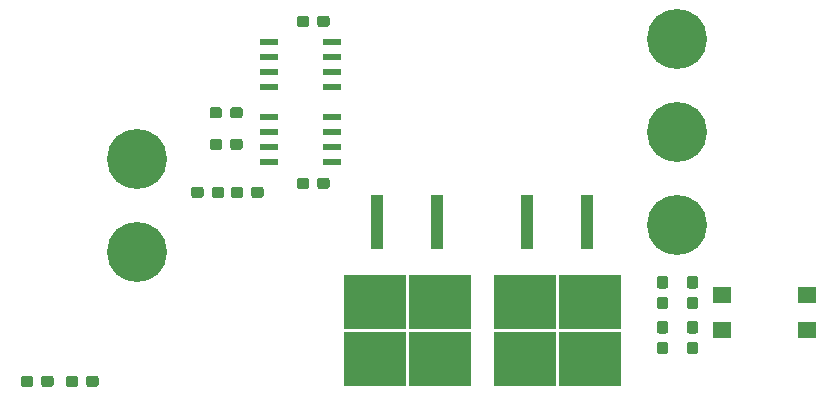
<source format=gbr>
G04 #@! TF.GenerationSoftware,KiCad,Pcbnew,(5.0.2)-1*
G04 #@! TF.CreationDate,2019-12-13T17:07:51-06:00*
G04 #@! TF.ProjectId,Arm-EStop_Hardware,41726d2d-4553-4746-9f70-5f4861726477,rev?*
G04 #@! TF.SameCoordinates,Original*
G04 #@! TF.FileFunction,Paste,Top*
G04 #@! TF.FilePolarity,Positive*
%FSLAX46Y46*%
G04 Gerber Fmt 4.6, Leading zero omitted, Abs format (unit mm)*
G04 Created by KiCad (PCBNEW (5.0.2)-1) date 12/13/2019 5:07:51 PM*
%MOMM*%
%LPD*%
G01*
G04 APERTURE LIST*
%ADD10C,0.100000*%
%ADD11C,0.950000*%
%ADD12R,1.600000X1.400000*%
%ADD13C,5.080000*%
%ADD14R,1.100000X4.600000*%
%ADD15R,5.250000X4.550000*%
%ADD16R,1.550000X0.600000*%
G04 APERTURE END LIST*
D10*
G04 #@! TO.C,R3*
G36*
X202190779Y-123146144D02*
X202213834Y-123149563D01*
X202236443Y-123155227D01*
X202258387Y-123163079D01*
X202279457Y-123173044D01*
X202299448Y-123185026D01*
X202318168Y-123198910D01*
X202335438Y-123214562D01*
X202351090Y-123231832D01*
X202364974Y-123250552D01*
X202376956Y-123270543D01*
X202386921Y-123291613D01*
X202394773Y-123313557D01*
X202400437Y-123336166D01*
X202403856Y-123359221D01*
X202405000Y-123382500D01*
X202405000Y-123957500D01*
X202403856Y-123980779D01*
X202400437Y-124003834D01*
X202394773Y-124026443D01*
X202386921Y-124048387D01*
X202376956Y-124069457D01*
X202364974Y-124089448D01*
X202351090Y-124108168D01*
X202335438Y-124125438D01*
X202318168Y-124141090D01*
X202299448Y-124154974D01*
X202279457Y-124166956D01*
X202258387Y-124176921D01*
X202236443Y-124184773D01*
X202213834Y-124190437D01*
X202190779Y-124193856D01*
X202167500Y-124195000D01*
X201692500Y-124195000D01*
X201669221Y-124193856D01*
X201646166Y-124190437D01*
X201623557Y-124184773D01*
X201601613Y-124176921D01*
X201580543Y-124166956D01*
X201560552Y-124154974D01*
X201541832Y-124141090D01*
X201524562Y-124125438D01*
X201508910Y-124108168D01*
X201495026Y-124089448D01*
X201483044Y-124069457D01*
X201473079Y-124048387D01*
X201465227Y-124026443D01*
X201459563Y-124003834D01*
X201456144Y-123980779D01*
X201455000Y-123957500D01*
X201455000Y-123382500D01*
X201456144Y-123359221D01*
X201459563Y-123336166D01*
X201465227Y-123313557D01*
X201473079Y-123291613D01*
X201483044Y-123270543D01*
X201495026Y-123250552D01*
X201508910Y-123231832D01*
X201524562Y-123214562D01*
X201541832Y-123198910D01*
X201560552Y-123185026D01*
X201580543Y-123173044D01*
X201601613Y-123163079D01*
X201623557Y-123155227D01*
X201646166Y-123149563D01*
X201669221Y-123146144D01*
X201692500Y-123145000D01*
X202167500Y-123145000D01*
X202190779Y-123146144D01*
X202190779Y-123146144D01*
G37*
D11*
X201930000Y-123670000D03*
D10*
G36*
X202190779Y-121396144D02*
X202213834Y-121399563D01*
X202236443Y-121405227D01*
X202258387Y-121413079D01*
X202279457Y-121423044D01*
X202299448Y-121435026D01*
X202318168Y-121448910D01*
X202335438Y-121464562D01*
X202351090Y-121481832D01*
X202364974Y-121500552D01*
X202376956Y-121520543D01*
X202386921Y-121541613D01*
X202394773Y-121563557D01*
X202400437Y-121586166D01*
X202403856Y-121609221D01*
X202405000Y-121632500D01*
X202405000Y-122207500D01*
X202403856Y-122230779D01*
X202400437Y-122253834D01*
X202394773Y-122276443D01*
X202386921Y-122298387D01*
X202376956Y-122319457D01*
X202364974Y-122339448D01*
X202351090Y-122358168D01*
X202335438Y-122375438D01*
X202318168Y-122391090D01*
X202299448Y-122404974D01*
X202279457Y-122416956D01*
X202258387Y-122426921D01*
X202236443Y-122434773D01*
X202213834Y-122440437D01*
X202190779Y-122443856D01*
X202167500Y-122445000D01*
X201692500Y-122445000D01*
X201669221Y-122443856D01*
X201646166Y-122440437D01*
X201623557Y-122434773D01*
X201601613Y-122426921D01*
X201580543Y-122416956D01*
X201560552Y-122404974D01*
X201541832Y-122391090D01*
X201524562Y-122375438D01*
X201508910Y-122358168D01*
X201495026Y-122339448D01*
X201483044Y-122319457D01*
X201473079Y-122298387D01*
X201465227Y-122276443D01*
X201459563Y-122253834D01*
X201456144Y-122230779D01*
X201455000Y-122207500D01*
X201455000Y-121632500D01*
X201456144Y-121609221D01*
X201459563Y-121586166D01*
X201465227Y-121563557D01*
X201473079Y-121541613D01*
X201483044Y-121520543D01*
X201495026Y-121500552D01*
X201508910Y-121481832D01*
X201524562Y-121464562D01*
X201541832Y-121448910D01*
X201560552Y-121435026D01*
X201580543Y-121423044D01*
X201601613Y-121413079D01*
X201623557Y-121405227D01*
X201646166Y-121399563D01*
X201669221Y-121396144D01*
X201692500Y-121395000D01*
X202167500Y-121395000D01*
X202190779Y-121396144D01*
X202190779Y-121396144D01*
G37*
D11*
X201930000Y-121920000D03*
G04 #@! TD*
D12*
G04 #@! TO.C,Logic*
X214166000Y-122960000D03*
X206966000Y-122960000D03*
X214166000Y-125960000D03*
X206966000Y-125960000D03*
G04 #@! TD*
D10*
G04 #@! TO.C,R5*
G36*
X164422779Y-109762144D02*
X164445834Y-109765563D01*
X164468443Y-109771227D01*
X164490387Y-109779079D01*
X164511457Y-109789044D01*
X164531448Y-109801026D01*
X164550168Y-109814910D01*
X164567438Y-109830562D01*
X164583090Y-109847832D01*
X164596974Y-109866552D01*
X164608956Y-109886543D01*
X164618921Y-109907613D01*
X164626773Y-109929557D01*
X164632437Y-109952166D01*
X164635856Y-109975221D01*
X164637000Y-109998500D01*
X164637000Y-110473500D01*
X164635856Y-110496779D01*
X164632437Y-110519834D01*
X164626773Y-110542443D01*
X164618921Y-110564387D01*
X164608956Y-110585457D01*
X164596974Y-110605448D01*
X164583090Y-110624168D01*
X164567438Y-110641438D01*
X164550168Y-110657090D01*
X164531448Y-110670974D01*
X164511457Y-110682956D01*
X164490387Y-110692921D01*
X164468443Y-110700773D01*
X164445834Y-110706437D01*
X164422779Y-110709856D01*
X164399500Y-110711000D01*
X163824500Y-110711000D01*
X163801221Y-110709856D01*
X163778166Y-110706437D01*
X163755557Y-110700773D01*
X163733613Y-110692921D01*
X163712543Y-110682956D01*
X163692552Y-110670974D01*
X163673832Y-110657090D01*
X163656562Y-110641438D01*
X163640910Y-110624168D01*
X163627026Y-110605448D01*
X163615044Y-110585457D01*
X163605079Y-110564387D01*
X163597227Y-110542443D01*
X163591563Y-110519834D01*
X163588144Y-110496779D01*
X163587000Y-110473500D01*
X163587000Y-109998500D01*
X163588144Y-109975221D01*
X163591563Y-109952166D01*
X163597227Y-109929557D01*
X163605079Y-109907613D01*
X163615044Y-109886543D01*
X163627026Y-109866552D01*
X163640910Y-109847832D01*
X163656562Y-109830562D01*
X163673832Y-109814910D01*
X163692552Y-109801026D01*
X163712543Y-109789044D01*
X163733613Y-109779079D01*
X163755557Y-109771227D01*
X163778166Y-109765563D01*
X163801221Y-109762144D01*
X163824500Y-109761000D01*
X164399500Y-109761000D01*
X164422779Y-109762144D01*
X164422779Y-109762144D01*
G37*
D11*
X164112000Y-110236000D03*
D10*
G36*
X166172779Y-109762144D02*
X166195834Y-109765563D01*
X166218443Y-109771227D01*
X166240387Y-109779079D01*
X166261457Y-109789044D01*
X166281448Y-109801026D01*
X166300168Y-109814910D01*
X166317438Y-109830562D01*
X166333090Y-109847832D01*
X166346974Y-109866552D01*
X166358956Y-109886543D01*
X166368921Y-109907613D01*
X166376773Y-109929557D01*
X166382437Y-109952166D01*
X166385856Y-109975221D01*
X166387000Y-109998500D01*
X166387000Y-110473500D01*
X166385856Y-110496779D01*
X166382437Y-110519834D01*
X166376773Y-110542443D01*
X166368921Y-110564387D01*
X166358956Y-110585457D01*
X166346974Y-110605448D01*
X166333090Y-110624168D01*
X166317438Y-110641438D01*
X166300168Y-110657090D01*
X166281448Y-110670974D01*
X166261457Y-110682956D01*
X166240387Y-110692921D01*
X166218443Y-110700773D01*
X166195834Y-110706437D01*
X166172779Y-110709856D01*
X166149500Y-110711000D01*
X165574500Y-110711000D01*
X165551221Y-110709856D01*
X165528166Y-110706437D01*
X165505557Y-110700773D01*
X165483613Y-110692921D01*
X165462543Y-110682956D01*
X165442552Y-110670974D01*
X165423832Y-110657090D01*
X165406562Y-110641438D01*
X165390910Y-110624168D01*
X165377026Y-110605448D01*
X165365044Y-110585457D01*
X165355079Y-110564387D01*
X165347227Y-110542443D01*
X165341563Y-110519834D01*
X165338144Y-110496779D01*
X165337000Y-110473500D01*
X165337000Y-109998500D01*
X165338144Y-109975221D01*
X165341563Y-109952166D01*
X165347227Y-109929557D01*
X165355079Y-109907613D01*
X165365044Y-109886543D01*
X165377026Y-109866552D01*
X165390910Y-109847832D01*
X165406562Y-109830562D01*
X165423832Y-109814910D01*
X165442552Y-109801026D01*
X165462543Y-109789044D01*
X165483613Y-109779079D01*
X165505557Y-109771227D01*
X165528166Y-109765563D01*
X165551221Y-109762144D01*
X165574500Y-109761000D01*
X166149500Y-109761000D01*
X166172779Y-109762144D01*
X166172779Y-109762144D01*
G37*
D11*
X165862000Y-110236000D03*
G04 #@! TD*
D10*
G04 #@! TO.C,C1*
G36*
X162870779Y-113826144D02*
X162893834Y-113829563D01*
X162916443Y-113835227D01*
X162938387Y-113843079D01*
X162959457Y-113853044D01*
X162979448Y-113865026D01*
X162998168Y-113878910D01*
X163015438Y-113894562D01*
X163031090Y-113911832D01*
X163044974Y-113930552D01*
X163056956Y-113950543D01*
X163066921Y-113971613D01*
X163074773Y-113993557D01*
X163080437Y-114016166D01*
X163083856Y-114039221D01*
X163085000Y-114062500D01*
X163085000Y-114537500D01*
X163083856Y-114560779D01*
X163080437Y-114583834D01*
X163074773Y-114606443D01*
X163066921Y-114628387D01*
X163056956Y-114649457D01*
X163044974Y-114669448D01*
X163031090Y-114688168D01*
X163015438Y-114705438D01*
X162998168Y-114721090D01*
X162979448Y-114734974D01*
X162959457Y-114746956D01*
X162938387Y-114756921D01*
X162916443Y-114764773D01*
X162893834Y-114770437D01*
X162870779Y-114773856D01*
X162847500Y-114775000D01*
X162272500Y-114775000D01*
X162249221Y-114773856D01*
X162226166Y-114770437D01*
X162203557Y-114764773D01*
X162181613Y-114756921D01*
X162160543Y-114746956D01*
X162140552Y-114734974D01*
X162121832Y-114721090D01*
X162104562Y-114705438D01*
X162088910Y-114688168D01*
X162075026Y-114669448D01*
X162063044Y-114649457D01*
X162053079Y-114628387D01*
X162045227Y-114606443D01*
X162039563Y-114583834D01*
X162036144Y-114560779D01*
X162035000Y-114537500D01*
X162035000Y-114062500D01*
X162036144Y-114039221D01*
X162039563Y-114016166D01*
X162045227Y-113993557D01*
X162053079Y-113971613D01*
X162063044Y-113950543D01*
X162075026Y-113930552D01*
X162088910Y-113911832D01*
X162104562Y-113894562D01*
X162121832Y-113878910D01*
X162140552Y-113865026D01*
X162160543Y-113853044D01*
X162181613Y-113843079D01*
X162203557Y-113835227D01*
X162226166Y-113829563D01*
X162249221Y-113826144D01*
X162272500Y-113825000D01*
X162847500Y-113825000D01*
X162870779Y-113826144D01*
X162870779Y-113826144D01*
G37*
D11*
X162560000Y-114300000D03*
D10*
G36*
X164620779Y-113826144D02*
X164643834Y-113829563D01*
X164666443Y-113835227D01*
X164688387Y-113843079D01*
X164709457Y-113853044D01*
X164729448Y-113865026D01*
X164748168Y-113878910D01*
X164765438Y-113894562D01*
X164781090Y-113911832D01*
X164794974Y-113930552D01*
X164806956Y-113950543D01*
X164816921Y-113971613D01*
X164824773Y-113993557D01*
X164830437Y-114016166D01*
X164833856Y-114039221D01*
X164835000Y-114062500D01*
X164835000Y-114537500D01*
X164833856Y-114560779D01*
X164830437Y-114583834D01*
X164824773Y-114606443D01*
X164816921Y-114628387D01*
X164806956Y-114649457D01*
X164794974Y-114669448D01*
X164781090Y-114688168D01*
X164765438Y-114705438D01*
X164748168Y-114721090D01*
X164729448Y-114734974D01*
X164709457Y-114746956D01*
X164688387Y-114756921D01*
X164666443Y-114764773D01*
X164643834Y-114770437D01*
X164620779Y-114773856D01*
X164597500Y-114775000D01*
X164022500Y-114775000D01*
X163999221Y-114773856D01*
X163976166Y-114770437D01*
X163953557Y-114764773D01*
X163931613Y-114756921D01*
X163910543Y-114746956D01*
X163890552Y-114734974D01*
X163871832Y-114721090D01*
X163854562Y-114705438D01*
X163838910Y-114688168D01*
X163825026Y-114669448D01*
X163813044Y-114649457D01*
X163803079Y-114628387D01*
X163795227Y-114606443D01*
X163789563Y-114583834D01*
X163786144Y-114560779D01*
X163785000Y-114537500D01*
X163785000Y-114062500D01*
X163786144Y-114039221D01*
X163789563Y-114016166D01*
X163795227Y-113993557D01*
X163803079Y-113971613D01*
X163813044Y-113950543D01*
X163825026Y-113930552D01*
X163838910Y-113911832D01*
X163854562Y-113894562D01*
X163871832Y-113878910D01*
X163890552Y-113865026D01*
X163910543Y-113853044D01*
X163931613Y-113843079D01*
X163953557Y-113835227D01*
X163976166Y-113829563D01*
X163999221Y-113826144D01*
X164022500Y-113825000D01*
X164597500Y-113825000D01*
X164620779Y-113826144D01*
X164620779Y-113826144D01*
G37*
D11*
X164310000Y-114300000D03*
G04 #@! TD*
D10*
G04 #@! TO.C,C2*
G36*
X166200779Y-113826144D02*
X166223834Y-113829563D01*
X166246443Y-113835227D01*
X166268387Y-113843079D01*
X166289457Y-113853044D01*
X166309448Y-113865026D01*
X166328168Y-113878910D01*
X166345438Y-113894562D01*
X166361090Y-113911832D01*
X166374974Y-113930552D01*
X166386956Y-113950543D01*
X166396921Y-113971613D01*
X166404773Y-113993557D01*
X166410437Y-114016166D01*
X166413856Y-114039221D01*
X166415000Y-114062500D01*
X166415000Y-114537500D01*
X166413856Y-114560779D01*
X166410437Y-114583834D01*
X166404773Y-114606443D01*
X166396921Y-114628387D01*
X166386956Y-114649457D01*
X166374974Y-114669448D01*
X166361090Y-114688168D01*
X166345438Y-114705438D01*
X166328168Y-114721090D01*
X166309448Y-114734974D01*
X166289457Y-114746956D01*
X166268387Y-114756921D01*
X166246443Y-114764773D01*
X166223834Y-114770437D01*
X166200779Y-114773856D01*
X166177500Y-114775000D01*
X165602500Y-114775000D01*
X165579221Y-114773856D01*
X165556166Y-114770437D01*
X165533557Y-114764773D01*
X165511613Y-114756921D01*
X165490543Y-114746956D01*
X165470552Y-114734974D01*
X165451832Y-114721090D01*
X165434562Y-114705438D01*
X165418910Y-114688168D01*
X165405026Y-114669448D01*
X165393044Y-114649457D01*
X165383079Y-114628387D01*
X165375227Y-114606443D01*
X165369563Y-114583834D01*
X165366144Y-114560779D01*
X165365000Y-114537500D01*
X165365000Y-114062500D01*
X165366144Y-114039221D01*
X165369563Y-114016166D01*
X165375227Y-113993557D01*
X165383079Y-113971613D01*
X165393044Y-113950543D01*
X165405026Y-113930552D01*
X165418910Y-113911832D01*
X165434562Y-113894562D01*
X165451832Y-113878910D01*
X165470552Y-113865026D01*
X165490543Y-113853044D01*
X165511613Y-113843079D01*
X165533557Y-113835227D01*
X165556166Y-113829563D01*
X165579221Y-113826144D01*
X165602500Y-113825000D01*
X166177500Y-113825000D01*
X166200779Y-113826144D01*
X166200779Y-113826144D01*
G37*
D11*
X165890000Y-114300000D03*
D10*
G36*
X167950779Y-113826144D02*
X167973834Y-113829563D01*
X167996443Y-113835227D01*
X168018387Y-113843079D01*
X168039457Y-113853044D01*
X168059448Y-113865026D01*
X168078168Y-113878910D01*
X168095438Y-113894562D01*
X168111090Y-113911832D01*
X168124974Y-113930552D01*
X168136956Y-113950543D01*
X168146921Y-113971613D01*
X168154773Y-113993557D01*
X168160437Y-114016166D01*
X168163856Y-114039221D01*
X168165000Y-114062500D01*
X168165000Y-114537500D01*
X168163856Y-114560779D01*
X168160437Y-114583834D01*
X168154773Y-114606443D01*
X168146921Y-114628387D01*
X168136956Y-114649457D01*
X168124974Y-114669448D01*
X168111090Y-114688168D01*
X168095438Y-114705438D01*
X168078168Y-114721090D01*
X168059448Y-114734974D01*
X168039457Y-114746956D01*
X168018387Y-114756921D01*
X167996443Y-114764773D01*
X167973834Y-114770437D01*
X167950779Y-114773856D01*
X167927500Y-114775000D01*
X167352500Y-114775000D01*
X167329221Y-114773856D01*
X167306166Y-114770437D01*
X167283557Y-114764773D01*
X167261613Y-114756921D01*
X167240543Y-114746956D01*
X167220552Y-114734974D01*
X167201832Y-114721090D01*
X167184562Y-114705438D01*
X167168910Y-114688168D01*
X167155026Y-114669448D01*
X167143044Y-114649457D01*
X167133079Y-114628387D01*
X167125227Y-114606443D01*
X167119563Y-114583834D01*
X167116144Y-114560779D01*
X167115000Y-114537500D01*
X167115000Y-114062500D01*
X167116144Y-114039221D01*
X167119563Y-114016166D01*
X167125227Y-113993557D01*
X167133079Y-113971613D01*
X167143044Y-113950543D01*
X167155026Y-113930552D01*
X167168910Y-113911832D01*
X167184562Y-113894562D01*
X167201832Y-113878910D01*
X167220552Y-113865026D01*
X167240543Y-113853044D01*
X167261613Y-113843079D01*
X167283557Y-113835227D01*
X167306166Y-113829563D01*
X167329221Y-113826144D01*
X167352500Y-113825000D01*
X167927500Y-113825000D01*
X167950779Y-113826144D01*
X167950779Y-113826144D01*
G37*
D11*
X167640000Y-114300000D03*
G04 #@! TD*
D10*
G04 #@! TO.C,C3*
G36*
X171788779Y-113064144D02*
X171811834Y-113067563D01*
X171834443Y-113073227D01*
X171856387Y-113081079D01*
X171877457Y-113091044D01*
X171897448Y-113103026D01*
X171916168Y-113116910D01*
X171933438Y-113132562D01*
X171949090Y-113149832D01*
X171962974Y-113168552D01*
X171974956Y-113188543D01*
X171984921Y-113209613D01*
X171992773Y-113231557D01*
X171998437Y-113254166D01*
X172001856Y-113277221D01*
X172003000Y-113300500D01*
X172003000Y-113775500D01*
X172001856Y-113798779D01*
X171998437Y-113821834D01*
X171992773Y-113844443D01*
X171984921Y-113866387D01*
X171974956Y-113887457D01*
X171962974Y-113907448D01*
X171949090Y-113926168D01*
X171933438Y-113943438D01*
X171916168Y-113959090D01*
X171897448Y-113972974D01*
X171877457Y-113984956D01*
X171856387Y-113994921D01*
X171834443Y-114002773D01*
X171811834Y-114008437D01*
X171788779Y-114011856D01*
X171765500Y-114013000D01*
X171190500Y-114013000D01*
X171167221Y-114011856D01*
X171144166Y-114008437D01*
X171121557Y-114002773D01*
X171099613Y-113994921D01*
X171078543Y-113984956D01*
X171058552Y-113972974D01*
X171039832Y-113959090D01*
X171022562Y-113943438D01*
X171006910Y-113926168D01*
X170993026Y-113907448D01*
X170981044Y-113887457D01*
X170971079Y-113866387D01*
X170963227Y-113844443D01*
X170957563Y-113821834D01*
X170954144Y-113798779D01*
X170953000Y-113775500D01*
X170953000Y-113300500D01*
X170954144Y-113277221D01*
X170957563Y-113254166D01*
X170963227Y-113231557D01*
X170971079Y-113209613D01*
X170981044Y-113188543D01*
X170993026Y-113168552D01*
X171006910Y-113149832D01*
X171022562Y-113132562D01*
X171039832Y-113116910D01*
X171058552Y-113103026D01*
X171078543Y-113091044D01*
X171099613Y-113081079D01*
X171121557Y-113073227D01*
X171144166Y-113067563D01*
X171167221Y-113064144D01*
X171190500Y-113063000D01*
X171765500Y-113063000D01*
X171788779Y-113064144D01*
X171788779Y-113064144D01*
G37*
D11*
X171478000Y-113538000D03*
D10*
G36*
X173538779Y-113064144D02*
X173561834Y-113067563D01*
X173584443Y-113073227D01*
X173606387Y-113081079D01*
X173627457Y-113091044D01*
X173647448Y-113103026D01*
X173666168Y-113116910D01*
X173683438Y-113132562D01*
X173699090Y-113149832D01*
X173712974Y-113168552D01*
X173724956Y-113188543D01*
X173734921Y-113209613D01*
X173742773Y-113231557D01*
X173748437Y-113254166D01*
X173751856Y-113277221D01*
X173753000Y-113300500D01*
X173753000Y-113775500D01*
X173751856Y-113798779D01*
X173748437Y-113821834D01*
X173742773Y-113844443D01*
X173734921Y-113866387D01*
X173724956Y-113887457D01*
X173712974Y-113907448D01*
X173699090Y-113926168D01*
X173683438Y-113943438D01*
X173666168Y-113959090D01*
X173647448Y-113972974D01*
X173627457Y-113984956D01*
X173606387Y-113994921D01*
X173584443Y-114002773D01*
X173561834Y-114008437D01*
X173538779Y-114011856D01*
X173515500Y-114013000D01*
X172940500Y-114013000D01*
X172917221Y-114011856D01*
X172894166Y-114008437D01*
X172871557Y-114002773D01*
X172849613Y-113994921D01*
X172828543Y-113984956D01*
X172808552Y-113972974D01*
X172789832Y-113959090D01*
X172772562Y-113943438D01*
X172756910Y-113926168D01*
X172743026Y-113907448D01*
X172731044Y-113887457D01*
X172721079Y-113866387D01*
X172713227Y-113844443D01*
X172707563Y-113821834D01*
X172704144Y-113798779D01*
X172703000Y-113775500D01*
X172703000Y-113300500D01*
X172704144Y-113277221D01*
X172707563Y-113254166D01*
X172713227Y-113231557D01*
X172721079Y-113209613D01*
X172731044Y-113188543D01*
X172743026Y-113168552D01*
X172756910Y-113149832D01*
X172772562Y-113132562D01*
X172789832Y-113116910D01*
X172808552Y-113103026D01*
X172828543Y-113091044D01*
X172849613Y-113081079D01*
X172871557Y-113073227D01*
X172894166Y-113067563D01*
X172917221Y-113064144D01*
X172940500Y-113063000D01*
X173515500Y-113063000D01*
X173538779Y-113064144D01*
X173538779Y-113064144D01*
G37*
D11*
X173228000Y-113538000D03*
G04 #@! TD*
D10*
G04 #@! TO.C,C4*
G36*
X173538779Y-99348144D02*
X173561834Y-99351563D01*
X173584443Y-99357227D01*
X173606387Y-99365079D01*
X173627457Y-99375044D01*
X173647448Y-99387026D01*
X173666168Y-99400910D01*
X173683438Y-99416562D01*
X173699090Y-99433832D01*
X173712974Y-99452552D01*
X173724956Y-99472543D01*
X173734921Y-99493613D01*
X173742773Y-99515557D01*
X173748437Y-99538166D01*
X173751856Y-99561221D01*
X173753000Y-99584500D01*
X173753000Y-100059500D01*
X173751856Y-100082779D01*
X173748437Y-100105834D01*
X173742773Y-100128443D01*
X173734921Y-100150387D01*
X173724956Y-100171457D01*
X173712974Y-100191448D01*
X173699090Y-100210168D01*
X173683438Y-100227438D01*
X173666168Y-100243090D01*
X173647448Y-100256974D01*
X173627457Y-100268956D01*
X173606387Y-100278921D01*
X173584443Y-100286773D01*
X173561834Y-100292437D01*
X173538779Y-100295856D01*
X173515500Y-100297000D01*
X172940500Y-100297000D01*
X172917221Y-100295856D01*
X172894166Y-100292437D01*
X172871557Y-100286773D01*
X172849613Y-100278921D01*
X172828543Y-100268956D01*
X172808552Y-100256974D01*
X172789832Y-100243090D01*
X172772562Y-100227438D01*
X172756910Y-100210168D01*
X172743026Y-100191448D01*
X172731044Y-100171457D01*
X172721079Y-100150387D01*
X172713227Y-100128443D01*
X172707563Y-100105834D01*
X172704144Y-100082779D01*
X172703000Y-100059500D01*
X172703000Y-99584500D01*
X172704144Y-99561221D01*
X172707563Y-99538166D01*
X172713227Y-99515557D01*
X172721079Y-99493613D01*
X172731044Y-99472543D01*
X172743026Y-99452552D01*
X172756910Y-99433832D01*
X172772562Y-99416562D01*
X172789832Y-99400910D01*
X172808552Y-99387026D01*
X172828543Y-99375044D01*
X172849613Y-99365079D01*
X172871557Y-99357227D01*
X172894166Y-99351563D01*
X172917221Y-99348144D01*
X172940500Y-99347000D01*
X173515500Y-99347000D01*
X173538779Y-99348144D01*
X173538779Y-99348144D01*
G37*
D11*
X173228000Y-99822000D03*
D10*
G36*
X171788779Y-99348144D02*
X171811834Y-99351563D01*
X171834443Y-99357227D01*
X171856387Y-99365079D01*
X171877457Y-99375044D01*
X171897448Y-99387026D01*
X171916168Y-99400910D01*
X171933438Y-99416562D01*
X171949090Y-99433832D01*
X171962974Y-99452552D01*
X171974956Y-99472543D01*
X171984921Y-99493613D01*
X171992773Y-99515557D01*
X171998437Y-99538166D01*
X172001856Y-99561221D01*
X172003000Y-99584500D01*
X172003000Y-100059500D01*
X172001856Y-100082779D01*
X171998437Y-100105834D01*
X171992773Y-100128443D01*
X171984921Y-100150387D01*
X171974956Y-100171457D01*
X171962974Y-100191448D01*
X171949090Y-100210168D01*
X171933438Y-100227438D01*
X171916168Y-100243090D01*
X171897448Y-100256974D01*
X171877457Y-100268956D01*
X171856387Y-100278921D01*
X171834443Y-100286773D01*
X171811834Y-100292437D01*
X171788779Y-100295856D01*
X171765500Y-100297000D01*
X171190500Y-100297000D01*
X171167221Y-100295856D01*
X171144166Y-100292437D01*
X171121557Y-100286773D01*
X171099613Y-100278921D01*
X171078543Y-100268956D01*
X171058552Y-100256974D01*
X171039832Y-100243090D01*
X171022562Y-100227438D01*
X171006910Y-100210168D01*
X170993026Y-100191448D01*
X170981044Y-100171457D01*
X170971079Y-100150387D01*
X170963227Y-100128443D01*
X170957563Y-100105834D01*
X170954144Y-100082779D01*
X170953000Y-100059500D01*
X170953000Y-99584500D01*
X170954144Y-99561221D01*
X170957563Y-99538166D01*
X170963227Y-99515557D01*
X170971079Y-99493613D01*
X170981044Y-99472543D01*
X170993026Y-99452552D01*
X171006910Y-99433832D01*
X171022562Y-99416562D01*
X171039832Y-99400910D01*
X171058552Y-99387026D01*
X171078543Y-99375044D01*
X171099613Y-99365079D01*
X171121557Y-99357227D01*
X171144166Y-99351563D01*
X171167221Y-99348144D01*
X171190500Y-99347000D01*
X171765500Y-99347000D01*
X171788779Y-99348144D01*
X171788779Y-99348144D01*
G37*
D11*
X171478000Y-99822000D03*
G04 #@! TD*
D13*
G04 #@! TO.C,Conn1*
X157480000Y-119380000D03*
X157480000Y-111506000D03*
G04 #@! TD*
G04 #@! TO.C,Conn2*
X203200000Y-101346000D03*
X203200000Y-109220000D03*
X203200000Y-117094000D03*
G04 #@! TD*
D10*
G04 #@! TO.C,D1*
G36*
X148420779Y-129828144D02*
X148443834Y-129831563D01*
X148466443Y-129837227D01*
X148488387Y-129845079D01*
X148509457Y-129855044D01*
X148529448Y-129867026D01*
X148548168Y-129880910D01*
X148565438Y-129896562D01*
X148581090Y-129913832D01*
X148594974Y-129932552D01*
X148606956Y-129952543D01*
X148616921Y-129973613D01*
X148624773Y-129995557D01*
X148630437Y-130018166D01*
X148633856Y-130041221D01*
X148635000Y-130064500D01*
X148635000Y-130539500D01*
X148633856Y-130562779D01*
X148630437Y-130585834D01*
X148624773Y-130608443D01*
X148616921Y-130630387D01*
X148606956Y-130651457D01*
X148594974Y-130671448D01*
X148581090Y-130690168D01*
X148565438Y-130707438D01*
X148548168Y-130723090D01*
X148529448Y-130736974D01*
X148509457Y-130748956D01*
X148488387Y-130758921D01*
X148466443Y-130766773D01*
X148443834Y-130772437D01*
X148420779Y-130775856D01*
X148397500Y-130777000D01*
X147822500Y-130777000D01*
X147799221Y-130775856D01*
X147776166Y-130772437D01*
X147753557Y-130766773D01*
X147731613Y-130758921D01*
X147710543Y-130748956D01*
X147690552Y-130736974D01*
X147671832Y-130723090D01*
X147654562Y-130707438D01*
X147638910Y-130690168D01*
X147625026Y-130671448D01*
X147613044Y-130651457D01*
X147603079Y-130630387D01*
X147595227Y-130608443D01*
X147589563Y-130585834D01*
X147586144Y-130562779D01*
X147585000Y-130539500D01*
X147585000Y-130064500D01*
X147586144Y-130041221D01*
X147589563Y-130018166D01*
X147595227Y-129995557D01*
X147603079Y-129973613D01*
X147613044Y-129952543D01*
X147625026Y-129932552D01*
X147638910Y-129913832D01*
X147654562Y-129896562D01*
X147671832Y-129880910D01*
X147690552Y-129867026D01*
X147710543Y-129855044D01*
X147731613Y-129845079D01*
X147753557Y-129837227D01*
X147776166Y-129831563D01*
X147799221Y-129828144D01*
X147822500Y-129827000D01*
X148397500Y-129827000D01*
X148420779Y-129828144D01*
X148420779Y-129828144D01*
G37*
D11*
X148110000Y-130302000D03*
D10*
G36*
X150170779Y-129828144D02*
X150193834Y-129831563D01*
X150216443Y-129837227D01*
X150238387Y-129845079D01*
X150259457Y-129855044D01*
X150279448Y-129867026D01*
X150298168Y-129880910D01*
X150315438Y-129896562D01*
X150331090Y-129913832D01*
X150344974Y-129932552D01*
X150356956Y-129952543D01*
X150366921Y-129973613D01*
X150374773Y-129995557D01*
X150380437Y-130018166D01*
X150383856Y-130041221D01*
X150385000Y-130064500D01*
X150385000Y-130539500D01*
X150383856Y-130562779D01*
X150380437Y-130585834D01*
X150374773Y-130608443D01*
X150366921Y-130630387D01*
X150356956Y-130651457D01*
X150344974Y-130671448D01*
X150331090Y-130690168D01*
X150315438Y-130707438D01*
X150298168Y-130723090D01*
X150279448Y-130736974D01*
X150259457Y-130748956D01*
X150238387Y-130758921D01*
X150216443Y-130766773D01*
X150193834Y-130772437D01*
X150170779Y-130775856D01*
X150147500Y-130777000D01*
X149572500Y-130777000D01*
X149549221Y-130775856D01*
X149526166Y-130772437D01*
X149503557Y-130766773D01*
X149481613Y-130758921D01*
X149460543Y-130748956D01*
X149440552Y-130736974D01*
X149421832Y-130723090D01*
X149404562Y-130707438D01*
X149388910Y-130690168D01*
X149375026Y-130671448D01*
X149363044Y-130651457D01*
X149353079Y-130630387D01*
X149345227Y-130608443D01*
X149339563Y-130585834D01*
X149336144Y-130562779D01*
X149335000Y-130539500D01*
X149335000Y-130064500D01*
X149336144Y-130041221D01*
X149339563Y-130018166D01*
X149345227Y-129995557D01*
X149353079Y-129973613D01*
X149363044Y-129952543D01*
X149375026Y-129932552D01*
X149388910Y-129913832D01*
X149404562Y-129896562D01*
X149421832Y-129880910D01*
X149440552Y-129867026D01*
X149460543Y-129855044D01*
X149481613Y-129845079D01*
X149503557Y-129837227D01*
X149526166Y-129831563D01*
X149549221Y-129828144D01*
X149572500Y-129827000D01*
X150147500Y-129827000D01*
X150170779Y-129828144D01*
X150170779Y-129828144D01*
G37*
D11*
X149860000Y-130302000D03*
G04 #@! TD*
D10*
G04 #@! TO.C,D2*
G36*
X204730779Y-126956144D02*
X204753834Y-126959563D01*
X204776443Y-126965227D01*
X204798387Y-126973079D01*
X204819457Y-126983044D01*
X204839448Y-126995026D01*
X204858168Y-127008910D01*
X204875438Y-127024562D01*
X204891090Y-127041832D01*
X204904974Y-127060552D01*
X204916956Y-127080543D01*
X204926921Y-127101613D01*
X204934773Y-127123557D01*
X204940437Y-127146166D01*
X204943856Y-127169221D01*
X204945000Y-127192500D01*
X204945000Y-127767500D01*
X204943856Y-127790779D01*
X204940437Y-127813834D01*
X204934773Y-127836443D01*
X204926921Y-127858387D01*
X204916956Y-127879457D01*
X204904974Y-127899448D01*
X204891090Y-127918168D01*
X204875438Y-127935438D01*
X204858168Y-127951090D01*
X204839448Y-127964974D01*
X204819457Y-127976956D01*
X204798387Y-127986921D01*
X204776443Y-127994773D01*
X204753834Y-128000437D01*
X204730779Y-128003856D01*
X204707500Y-128005000D01*
X204232500Y-128005000D01*
X204209221Y-128003856D01*
X204186166Y-128000437D01*
X204163557Y-127994773D01*
X204141613Y-127986921D01*
X204120543Y-127976956D01*
X204100552Y-127964974D01*
X204081832Y-127951090D01*
X204064562Y-127935438D01*
X204048910Y-127918168D01*
X204035026Y-127899448D01*
X204023044Y-127879457D01*
X204013079Y-127858387D01*
X204005227Y-127836443D01*
X203999563Y-127813834D01*
X203996144Y-127790779D01*
X203995000Y-127767500D01*
X203995000Y-127192500D01*
X203996144Y-127169221D01*
X203999563Y-127146166D01*
X204005227Y-127123557D01*
X204013079Y-127101613D01*
X204023044Y-127080543D01*
X204035026Y-127060552D01*
X204048910Y-127041832D01*
X204064562Y-127024562D01*
X204081832Y-127008910D01*
X204100552Y-126995026D01*
X204120543Y-126983044D01*
X204141613Y-126973079D01*
X204163557Y-126965227D01*
X204186166Y-126959563D01*
X204209221Y-126956144D01*
X204232500Y-126955000D01*
X204707500Y-126955000D01*
X204730779Y-126956144D01*
X204730779Y-126956144D01*
G37*
D11*
X204470000Y-127480000D03*
D10*
G36*
X204730779Y-125206144D02*
X204753834Y-125209563D01*
X204776443Y-125215227D01*
X204798387Y-125223079D01*
X204819457Y-125233044D01*
X204839448Y-125245026D01*
X204858168Y-125258910D01*
X204875438Y-125274562D01*
X204891090Y-125291832D01*
X204904974Y-125310552D01*
X204916956Y-125330543D01*
X204926921Y-125351613D01*
X204934773Y-125373557D01*
X204940437Y-125396166D01*
X204943856Y-125419221D01*
X204945000Y-125442500D01*
X204945000Y-126017500D01*
X204943856Y-126040779D01*
X204940437Y-126063834D01*
X204934773Y-126086443D01*
X204926921Y-126108387D01*
X204916956Y-126129457D01*
X204904974Y-126149448D01*
X204891090Y-126168168D01*
X204875438Y-126185438D01*
X204858168Y-126201090D01*
X204839448Y-126214974D01*
X204819457Y-126226956D01*
X204798387Y-126236921D01*
X204776443Y-126244773D01*
X204753834Y-126250437D01*
X204730779Y-126253856D01*
X204707500Y-126255000D01*
X204232500Y-126255000D01*
X204209221Y-126253856D01*
X204186166Y-126250437D01*
X204163557Y-126244773D01*
X204141613Y-126236921D01*
X204120543Y-126226956D01*
X204100552Y-126214974D01*
X204081832Y-126201090D01*
X204064562Y-126185438D01*
X204048910Y-126168168D01*
X204035026Y-126149448D01*
X204023044Y-126129457D01*
X204013079Y-126108387D01*
X204005227Y-126086443D01*
X203999563Y-126063834D01*
X203996144Y-126040779D01*
X203995000Y-126017500D01*
X203995000Y-125442500D01*
X203996144Y-125419221D01*
X203999563Y-125396166D01*
X204005227Y-125373557D01*
X204013079Y-125351613D01*
X204023044Y-125330543D01*
X204035026Y-125310552D01*
X204048910Y-125291832D01*
X204064562Y-125274562D01*
X204081832Y-125258910D01*
X204100552Y-125245026D01*
X204120543Y-125233044D01*
X204141613Y-125223079D01*
X204163557Y-125215227D01*
X204186166Y-125209563D01*
X204209221Y-125206144D01*
X204232500Y-125205000D01*
X204707500Y-125205000D01*
X204730779Y-125206144D01*
X204730779Y-125206144D01*
G37*
D11*
X204470000Y-125730000D03*
G04 #@! TD*
D10*
G04 #@! TO.C,D3*
G36*
X202190779Y-125206144D02*
X202213834Y-125209563D01*
X202236443Y-125215227D01*
X202258387Y-125223079D01*
X202279457Y-125233044D01*
X202299448Y-125245026D01*
X202318168Y-125258910D01*
X202335438Y-125274562D01*
X202351090Y-125291832D01*
X202364974Y-125310552D01*
X202376956Y-125330543D01*
X202386921Y-125351613D01*
X202394773Y-125373557D01*
X202400437Y-125396166D01*
X202403856Y-125419221D01*
X202405000Y-125442500D01*
X202405000Y-126017500D01*
X202403856Y-126040779D01*
X202400437Y-126063834D01*
X202394773Y-126086443D01*
X202386921Y-126108387D01*
X202376956Y-126129457D01*
X202364974Y-126149448D01*
X202351090Y-126168168D01*
X202335438Y-126185438D01*
X202318168Y-126201090D01*
X202299448Y-126214974D01*
X202279457Y-126226956D01*
X202258387Y-126236921D01*
X202236443Y-126244773D01*
X202213834Y-126250437D01*
X202190779Y-126253856D01*
X202167500Y-126255000D01*
X201692500Y-126255000D01*
X201669221Y-126253856D01*
X201646166Y-126250437D01*
X201623557Y-126244773D01*
X201601613Y-126236921D01*
X201580543Y-126226956D01*
X201560552Y-126214974D01*
X201541832Y-126201090D01*
X201524562Y-126185438D01*
X201508910Y-126168168D01*
X201495026Y-126149448D01*
X201483044Y-126129457D01*
X201473079Y-126108387D01*
X201465227Y-126086443D01*
X201459563Y-126063834D01*
X201456144Y-126040779D01*
X201455000Y-126017500D01*
X201455000Y-125442500D01*
X201456144Y-125419221D01*
X201459563Y-125396166D01*
X201465227Y-125373557D01*
X201473079Y-125351613D01*
X201483044Y-125330543D01*
X201495026Y-125310552D01*
X201508910Y-125291832D01*
X201524562Y-125274562D01*
X201541832Y-125258910D01*
X201560552Y-125245026D01*
X201580543Y-125233044D01*
X201601613Y-125223079D01*
X201623557Y-125215227D01*
X201646166Y-125209563D01*
X201669221Y-125206144D01*
X201692500Y-125205000D01*
X202167500Y-125205000D01*
X202190779Y-125206144D01*
X202190779Y-125206144D01*
G37*
D11*
X201930000Y-125730000D03*
D10*
G36*
X202190779Y-126956144D02*
X202213834Y-126959563D01*
X202236443Y-126965227D01*
X202258387Y-126973079D01*
X202279457Y-126983044D01*
X202299448Y-126995026D01*
X202318168Y-127008910D01*
X202335438Y-127024562D01*
X202351090Y-127041832D01*
X202364974Y-127060552D01*
X202376956Y-127080543D01*
X202386921Y-127101613D01*
X202394773Y-127123557D01*
X202400437Y-127146166D01*
X202403856Y-127169221D01*
X202405000Y-127192500D01*
X202405000Y-127767500D01*
X202403856Y-127790779D01*
X202400437Y-127813834D01*
X202394773Y-127836443D01*
X202386921Y-127858387D01*
X202376956Y-127879457D01*
X202364974Y-127899448D01*
X202351090Y-127918168D01*
X202335438Y-127935438D01*
X202318168Y-127951090D01*
X202299448Y-127964974D01*
X202279457Y-127976956D01*
X202258387Y-127986921D01*
X202236443Y-127994773D01*
X202213834Y-128000437D01*
X202190779Y-128003856D01*
X202167500Y-128005000D01*
X201692500Y-128005000D01*
X201669221Y-128003856D01*
X201646166Y-128000437D01*
X201623557Y-127994773D01*
X201601613Y-127986921D01*
X201580543Y-127976956D01*
X201560552Y-127964974D01*
X201541832Y-127951090D01*
X201524562Y-127935438D01*
X201508910Y-127918168D01*
X201495026Y-127899448D01*
X201483044Y-127879457D01*
X201473079Y-127858387D01*
X201465227Y-127836443D01*
X201459563Y-127813834D01*
X201456144Y-127790779D01*
X201455000Y-127767500D01*
X201455000Y-127192500D01*
X201456144Y-127169221D01*
X201459563Y-127146166D01*
X201465227Y-127123557D01*
X201473079Y-127101613D01*
X201483044Y-127080543D01*
X201495026Y-127060552D01*
X201508910Y-127041832D01*
X201524562Y-127024562D01*
X201541832Y-127008910D01*
X201560552Y-126995026D01*
X201580543Y-126983044D01*
X201601613Y-126973079D01*
X201623557Y-126965227D01*
X201646166Y-126959563D01*
X201669221Y-126956144D01*
X201692500Y-126955000D01*
X202167500Y-126955000D01*
X202190779Y-126956144D01*
X202190779Y-126956144D01*
G37*
D11*
X201930000Y-127480000D03*
G04 #@! TD*
D14*
G04 #@! TO.C,Q1*
X195580000Y-116840000D03*
X190500000Y-116840000D03*
D15*
X190265000Y-128415000D03*
X195815000Y-123565000D03*
X195815000Y-128415000D03*
X190265000Y-123565000D03*
G04 #@! TD*
D14*
G04 #@! TO.C,Q2*
X182880000Y-116840000D03*
X177800000Y-116840000D03*
D15*
X177565000Y-128415000D03*
X183115000Y-123565000D03*
X183115000Y-128415000D03*
X177565000Y-123565000D03*
G04 #@! TD*
D10*
G04 #@! TO.C,R1*
G36*
X152230779Y-129828144D02*
X152253834Y-129831563D01*
X152276443Y-129837227D01*
X152298387Y-129845079D01*
X152319457Y-129855044D01*
X152339448Y-129867026D01*
X152358168Y-129880910D01*
X152375438Y-129896562D01*
X152391090Y-129913832D01*
X152404974Y-129932552D01*
X152416956Y-129952543D01*
X152426921Y-129973613D01*
X152434773Y-129995557D01*
X152440437Y-130018166D01*
X152443856Y-130041221D01*
X152445000Y-130064500D01*
X152445000Y-130539500D01*
X152443856Y-130562779D01*
X152440437Y-130585834D01*
X152434773Y-130608443D01*
X152426921Y-130630387D01*
X152416956Y-130651457D01*
X152404974Y-130671448D01*
X152391090Y-130690168D01*
X152375438Y-130707438D01*
X152358168Y-130723090D01*
X152339448Y-130736974D01*
X152319457Y-130748956D01*
X152298387Y-130758921D01*
X152276443Y-130766773D01*
X152253834Y-130772437D01*
X152230779Y-130775856D01*
X152207500Y-130777000D01*
X151632500Y-130777000D01*
X151609221Y-130775856D01*
X151586166Y-130772437D01*
X151563557Y-130766773D01*
X151541613Y-130758921D01*
X151520543Y-130748956D01*
X151500552Y-130736974D01*
X151481832Y-130723090D01*
X151464562Y-130707438D01*
X151448910Y-130690168D01*
X151435026Y-130671448D01*
X151423044Y-130651457D01*
X151413079Y-130630387D01*
X151405227Y-130608443D01*
X151399563Y-130585834D01*
X151396144Y-130562779D01*
X151395000Y-130539500D01*
X151395000Y-130064500D01*
X151396144Y-130041221D01*
X151399563Y-130018166D01*
X151405227Y-129995557D01*
X151413079Y-129973613D01*
X151423044Y-129952543D01*
X151435026Y-129932552D01*
X151448910Y-129913832D01*
X151464562Y-129896562D01*
X151481832Y-129880910D01*
X151500552Y-129867026D01*
X151520543Y-129855044D01*
X151541613Y-129845079D01*
X151563557Y-129837227D01*
X151586166Y-129831563D01*
X151609221Y-129828144D01*
X151632500Y-129827000D01*
X152207500Y-129827000D01*
X152230779Y-129828144D01*
X152230779Y-129828144D01*
G37*
D11*
X151920000Y-130302000D03*
D10*
G36*
X153980779Y-129828144D02*
X154003834Y-129831563D01*
X154026443Y-129837227D01*
X154048387Y-129845079D01*
X154069457Y-129855044D01*
X154089448Y-129867026D01*
X154108168Y-129880910D01*
X154125438Y-129896562D01*
X154141090Y-129913832D01*
X154154974Y-129932552D01*
X154166956Y-129952543D01*
X154176921Y-129973613D01*
X154184773Y-129995557D01*
X154190437Y-130018166D01*
X154193856Y-130041221D01*
X154195000Y-130064500D01*
X154195000Y-130539500D01*
X154193856Y-130562779D01*
X154190437Y-130585834D01*
X154184773Y-130608443D01*
X154176921Y-130630387D01*
X154166956Y-130651457D01*
X154154974Y-130671448D01*
X154141090Y-130690168D01*
X154125438Y-130707438D01*
X154108168Y-130723090D01*
X154089448Y-130736974D01*
X154069457Y-130748956D01*
X154048387Y-130758921D01*
X154026443Y-130766773D01*
X154003834Y-130772437D01*
X153980779Y-130775856D01*
X153957500Y-130777000D01*
X153382500Y-130777000D01*
X153359221Y-130775856D01*
X153336166Y-130772437D01*
X153313557Y-130766773D01*
X153291613Y-130758921D01*
X153270543Y-130748956D01*
X153250552Y-130736974D01*
X153231832Y-130723090D01*
X153214562Y-130707438D01*
X153198910Y-130690168D01*
X153185026Y-130671448D01*
X153173044Y-130651457D01*
X153163079Y-130630387D01*
X153155227Y-130608443D01*
X153149563Y-130585834D01*
X153146144Y-130562779D01*
X153145000Y-130539500D01*
X153145000Y-130064500D01*
X153146144Y-130041221D01*
X153149563Y-130018166D01*
X153155227Y-129995557D01*
X153163079Y-129973613D01*
X153173044Y-129952543D01*
X153185026Y-129932552D01*
X153198910Y-129913832D01*
X153214562Y-129896562D01*
X153231832Y-129880910D01*
X153250552Y-129867026D01*
X153270543Y-129855044D01*
X153291613Y-129845079D01*
X153313557Y-129837227D01*
X153336166Y-129831563D01*
X153359221Y-129828144D01*
X153382500Y-129827000D01*
X153957500Y-129827000D01*
X153980779Y-129828144D01*
X153980779Y-129828144D01*
G37*
D11*
X153670000Y-130302000D03*
G04 #@! TD*
D10*
G04 #@! TO.C,R2*
G36*
X204730779Y-123146144D02*
X204753834Y-123149563D01*
X204776443Y-123155227D01*
X204798387Y-123163079D01*
X204819457Y-123173044D01*
X204839448Y-123185026D01*
X204858168Y-123198910D01*
X204875438Y-123214562D01*
X204891090Y-123231832D01*
X204904974Y-123250552D01*
X204916956Y-123270543D01*
X204926921Y-123291613D01*
X204934773Y-123313557D01*
X204940437Y-123336166D01*
X204943856Y-123359221D01*
X204945000Y-123382500D01*
X204945000Y-123957500D01*
X204943856Y-123980779D01*
X204940437Y-124003834D01*
X204934773Y-124026443D01*
X204926921Y-124048387D01*
X204916956Y-124069457D01*
X204904974Y-124089448D01*
X204891090Y-124108168D01*
X204875438Y-124125438D01*
X204858168Y-124141090D01*
X204839448Y-124154974D01*
X204819457Y-124166956D01*
X204798387Y-124176921D01*
X204776443Y-124184773D01*
X204753834Y-124190437D01*
X204730779Y-124193856D01*
X204707500Y-124195000D01*
X204232500Y-124195000D01*
X204209221Y-124193856D01*
X204186166Y-124190437D01*
X204163557Y-124184773D01*
X204141613Y-124176921D01*
X204120543Y-124166956D01*
X204100552Y-124154974D01*
X204081832Y-124141090D01*
X204064562Y-124125438D01*
X204048910Y-124108168D01*
X204035026Y-124089448D01*
X204023044Y-124069457D01*
X204013079Y-124048387D01*
X204005227Y-124026443D01*
X203999563Y-124003834D01*
X203996144Y-123980779D01*
X203995000Y-123957500D01*
X203995000Y-123382500D01*
X203996144Y-123359221D01*
X203999563Y-123336166D01*
X204005227Y-123313557D01*
X204013079Y-123291613D01*
X204023044Y-123270543D01*
X204035026Y-123250552D01*
X204048910Y-123231832D01*
X204064562Y-123214562D01*
X204081832Y-123198910D01*
X204100552Y-123185026D01*
X204120543Y-123173044D01*
X204141613Y-123163079D01*
X204163557Y-123155227D01*
X204186166Y-123149563D01*
X204209221Y-123146144D01*
X204232500Y-123145000D01*
X204707500Y-123145000D01*
X204730779Y-123146144D01*
X204730779Y-123146144D01*
G37*
D11*
X204470000Y-123670000D03*
D10*
G36*
X204730779Y-121396144D02*
X204753834Y-121399563D01*
X204776443Y-121405227D01*
X204798387Y-121413079D01*
X204819457Y-121423044D01*
X204839448Y-121435026D01*
X204858168Y-121448910D01*
X204875438Y-121464562D01*
X204891090Y-121481832D01*
X204904974Y-121500552D01*
X204916956Y-121520543D01*
X204926921Y-121541613D01*
X204934773Y-121563557D01*
X204940437Y-121586166D01*
X204943856Y-121609221D01*
X204945000Y-121632500D01*
X204945000Y-122207500D01*
X204943856Y-122230779D01*
X204940437Y-122253834D01*
X204934773Y-122276443D01*
X204926921Y-122298387D01*
X204916956Y-122319457D01*
X204904974Y-122339448D01*
X204891090Y-122358168D01*
X204875438Y-122375438D01*
X204858168Y-122391090D01*
X204839448Y-122404974D01*
X204819457Y-122416956D01*
X204798387Y-122426921D01*
X204776443Y-122434773D01*
X204753834Y-122440437D01*
X204730779Y-122443856D01*
X204707500Y-122445000D01*
X204232500Y-122445000D01*
X204209221Y-122443856D01*
X204186166Y-122440437D01*
X204163557Y-122434773D01*
X204141613Y-122426921D01*
X204120543Y-122416956D01*
X204100552Y-122404974D01*
X204081832Y-122391090D01*
X204064562Y-122375438D01*
X204048910Y-122358168D01*
X204035026Y-122339448D01*
X204023044Y-122319457D01*
X204013079Y-122298387D01*
X204005227Y-122276443D01*
X203999563Y-122253834D01*
X203996144Y-122230779D01*
X203995000Y-122207500D01*
X203995000Y-121632500D01*
X203996144Y-121609221D01*
X203999563Y-121586166D01*
X204005227Y-121563557D01*
X204013079Y-121541613D01*
X204023044Y-121520543D01*
X204035026Y-121500552D01*
X204048910Y-121481832D01*
X204064562Y-121464562D01*
X204081832Y-121448910D01*
X204100552Y-121435026D01*
X204120543Y-121423044D01*
X204141613Y-121413079D01*
X204163557Y-121405227D01*
X204186166Y-121399563D01*
X204209221Y-121396144D01*
X204232500Y-121395000D01*
X204707500Y-121395000D01*
X204730779Y-121396144D01*
X204730779Y-121396144D01*
G37*
D11*
X204470000Y-121920000D03*
G04 #@! TD*
D10*
G04 #@! TO.C,R4*
G36*
X164422779Y-107095144D02*
X164445834Y-107098563D01*
X164468443Y-107104227D01*
X164490387Y-107112079D01*
X164511457Y-107122044D01*
X164531448Y-107134026D01*
X164550168Y-107147910D01*
X164567438Y-107163562D01*
X164583090Y-107180832D01*
X164596974Y-107199552D01*
X164608956Y-107219543D01*
X164618921Y-107240613D01*
X164626773Y-107262557D01*
X164632437Y-107285166D01*
X164635856Y-107308221D01*
X164637000Y-107331500D01*
X164637000Y-107806500D01*
X164635856Y-107829779D01*
X164632437Y-107852834D01*
X164626773Y-107875443D01*
X164618921Y-107897387D01*
X164608956Y-107918457D01*
X164596974Y-107938448D01*
X164583090Y-107957168D01*
X164567438Y-107974438D01*
X164550168Y-107990090D01*
X164531448Y-108003974D01*
X164511457Y-108015956D01*
X164490387Y-108025921D01*
X164468443Y-108033773D01*
X164445834Y-108039437D01*
X164422779Y-108042856D01*
X164399500Y-108044000D01*
X163824500Y-108044000D01*
X163801221Y-108042856D01*
X163778166Y-108039437D01*
X163755557Y-108033773D01*
X163733613Y-108025921D01*
X163712543Y-108015956D01*
X163692552Y-108003974D01*
X163673832Y-107990090D01*
X163656562Y-107974438D01*
X163640910Y-107957168D01*
X163627026Y-107938448D01*
X163615044Y-107918457D01*
X163605079Y-107897387D01*
X163597227Y-107875443D01*
X163591563Y-107852834D01*
X163588144Y-107829779D01*
X163587000Y-107806500D01*
X163587000Y-107331500D01*
X163588144Y-107308221D01*
X163591563Y-107285166D01*
X163597227Y-107262557D01*
X163605079Y-107240613D01*
X163615044Y-107219543D01*
X163627026Y-107199552D01*
X163640910Y-107180832D01*
X163656562Y-107163562D01*
X163673832Y-107147910D01*
X163692552Y-107134026D01*
X163712543Y-107122044D01*
X163733613Y-107112079D01*
X163755557Y-107104227D01*
X163778166Y-107098563D01*
X163801221Y-107095144D01*
X163824500Y-107094000D01*
X164399500Y-107094000D01*
X164422779Y-107095144D01*
X164422779Y-107095144D01*
G37*
D11*
X164112000Y-107569000D03*
D10*
G36*
X166172779Y-107095144D02*
X166195834Y-107098563D01*
X166218443Y-107104227D01*
X166240387Y-107112079D01*
X166261457Y-107122044D01*
X166281448Y-107134026D01*
X166300168Y-107147910D01*
X166317438Y-107163562D01*
X166333090Y-107180832D01*
X166346974Y-107199552D01*
X166358956Y-107219543D01*
X166368921Y-107240613D01*
X166376773Y-107262557D01*
X166382437Y-107285166D01*
X166385856Y-107308221D01*
X166387000Y-107331500D01*
X166387000Y-107806500D01*
X166385856Y-107829779D01*
X166382437Y-107852834D01*
X166376773Y-107875443D01*
X166368921Y-107897387D01*
X166358956Y-107918457D01*
X166346974Y-107938448D01*
X166333090Y-107957168D01*
X166317438Y-107974438D01*
X166300168Y-107990090D01*
X166281448Y-108003974D01*
X166261457Y-108015956D01*
X166240387Y-108025921D01*
X166218443Y-108033773D01*
X166195834Y-108039437D01*
X166172779Y-108042856D01*
X166149500Y-108044000D01*
X165574500Y-108044000D01*
X165551221Y-108042856D01*
X165528166Y-108039437D01*
X165505557Y-108033773D01*
X165483613Y-108025921D01*
X165462543Y-108015956D01*
X165442552Y-108003974D01*
X165423832Y-107990090D01*
X165406562Y-107974438D01*
X165390910Y-107957168D01*
X165377026Y-107938448D01*
X165365044Y-107918457D01*
X165355079Y-107897387D01*
X165347227Y-107875443D01*
X165341563Y-107852834D01*
X165338144Y-107829779D01*
X165337000Y-107806500D01*
X165337000Y-107331500D01*
X165338144Y-107308221D01*
X165341563Y-107285166D01*
X165347227Y-107262557D01*
X165355079Y-107240613D01*
X165365044Y-107219543D01*
X165377026Y-107199552D01*
X165390910Y-107180832D01*
X165406562Y-107163562D01*
X165423832Y-107147910D01*
X165442552Y-107134026D01*
X165462543Y-107122044D01*
X165483613Y-107112079D01*
X165505557Y-107104227D01*
X165528166Y-107098563D01*
X165551221Y-107095144D01*
X165574500Y-107094000D01*
X166149500Y-107094000D01*
X166172779Y-107095144D01*
X166172779Y-107095144D01*
G37*
D11*
X165862000Y-107569000D03*
G04 #@! TD*
D16*
G04 #@! TO.C,U2*
X173990000Y-101600000D03*
X173990000Y-102870000D03*
X173990000Y-104140000D03*
X173990000Y-105410000D03*
X168590000Y-105410000D03*
X168590000Y-104140000D03*
X168590000Y-102870000D03*
X168590000Y-101600000D03*
G04 #@! TD*
G04 #@! TO.C,U3*
X168590000Y-107950000D03*
X168590000Y-109220000D03*
X168590000Y-110490000D03*
X168590000Y-111760000D03*
X173990000Y-111760000D03*
X173990000Y-110490000D03*
X173990000Y-109220000D03*
X173990000Y-107950000D03*
G04 #@! TD*
M02*

</source>
